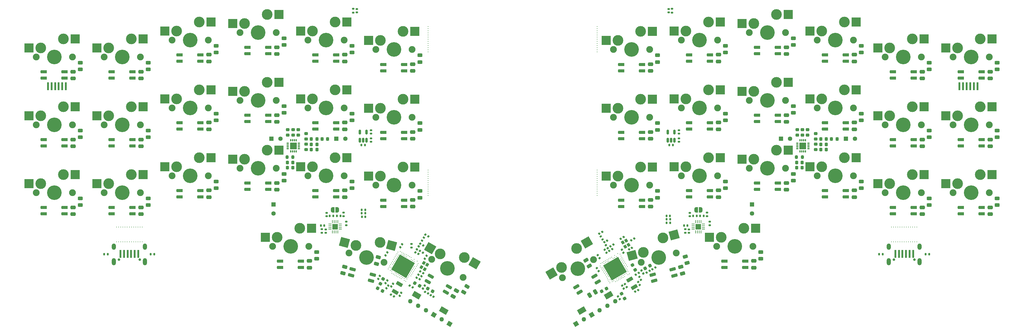
<source format=gbr>
%TF.GenerationSoftware,KiCad,Pcbnew,7.0.1-0*%
%TF.CreationDate,2023-10-15T20:39:52+08:00*%
%TF.ProjectId,qhws42_v2,71687773-3432-45f7-9632-2e6b69636164,rev?*%
%TF.SameCoordinates,Original*%
%TF.FileFunction,Soldermask,Bot*%
%TF.FilePolarity,Negative*%
%FSLAX46Y46*%
G04 Gerber Fmt 4.6, Leading zero omitted, Abs format (unit mm)*
G04 Created by KiCad (PCBNEW 7.0.1-0) date 2023-10-15 20:39:52*
%MOMM*%
%LPD*%
G01*
G04 APERTURE LIST*
G04 Aperture macros list*
%AMRoundRect*
0 Rectangle with rounded corners*
0 $1 Rounding radius*
0 $2 $3 $4 $5 $6 $7 $8 $9 X,Y pos of 4 corners*
0 Add a 4 corners polygon primitive as box body*
4,1,4,$2,$3,$4,$5,$6,$7,$8,$9,$2,$3,0*
0 Add four circle primitives for the rounded corners*
1,1,$1+$1,$2,$3*
1,1,$1+$1,$4,$5*
1,1,$1+$1,$6,$7*
1,1,$1+$1,$8,$9*
0 Add four rect primitives between the rounded corners*
20,1,$1+$1,$2,$3,$4,$5,0*
20,1,$1+$1,$4,$5,$6,$7,0*
20,1,$1+$1,$6,$7,$8,$9,0*
20,1,$1+$1,$8,$9,$2,$3,0*%
%AMHorizOval*
0 Thick line with rounded ends*
0 $1 width*
0 $2 $3 position (X,Y) of the first rounded end (center of the circle)*
0 $4 $5 position (X,Y) of the second rounded end (center of the circle)*
0 Add line between two ends*
20,1,$1,$2,$3,$4,$5,0*
0 Add two circle primitives to create the rounded ends*
1,1,$1,$2,$3*
1,1,$1,$4,$5*%
%AMRotRect*
0 Rectangle, with rotation*
0 The origin of the aperture is its center*
0 $1 length*
0 $2 width*
0 $3 Rotation angle, in degrees counterclockwise*
0 Add horizontal line*
21,1,$1,$2,0,0,$3*%
%AMFreePoly0*
4,1,19,0.500000,-0.750000,0.000000,-0.750000,0.000000,-0.744911,-0.071157,-0.744911,-0.207708,-0.704816,-0.327430,-0.627875,-0.420627,-0.520320,-0.479746,-0.390866,-0.500000,-0.250000,-0.500000,0.250000,-0.479746,0.390866,-0.420627,0.520320,-0.327430,0.627875,-0.207708,0.704816,-0.071157,0.744911,0.000000,0.744911,0.000000,0.750000,0.500000,0.750000,0.500000,-0.750000,0.500000,-0.750000,
$1*%
%AMFreePoly1*
4,1,19,0.000000,0.744911,0.071157,0.744911,0.207708,0.704816,0.327430,0.627875,0.420627,0.520320,0.479746,0.390866,0.500000,0.250000,0.500000,-0.250000,0.479746,-0.390866,0.420627,-0.520320,0.327430,-0.627875,0.207708,-0.704816,0.071157,-0.744911,0.000000,-0.744911,0.000000,-0.750000,-0.500000,-0.750000,-0.500000,0.750000,0.000000,0.750000,0.000000,0.744911,0.000000,0.744911,
$1*%
G04 Aperture macros list end*
%ADD10C,1.900000*%
%ADD11C,3.000000*%
%ADD12C,4.100000*%
%ADD13R,2.550000X2.500000*%
%ADD14C,0.300000*%
%ADD15C,0.700000*%
%ADD16O,1.200000X2.000000*%
%ADD17O,1.200000X1.800000*%
%ADD18RotRect,2.550000X2.500000X150.000000*%
%ADD19RotRect,2.550000X2.500000X195.000000*%
%ADD20RotRect,2.550000X2.500000X165.000000*%
%ADD21RotRect,2.550000X2.500000X210.000000*%
%ADD22RoundRect,0.135000X0.185000X-0.135000X0.185000X0.135000X-0.185000X0.135000X-0.185000X-0.135000X0*%
%ADD23RoundRect,0.140000X-0.077224X0.206244X-0.217224X-0.036244X0.077224X-0.206244X0.217224X0.036244X0*%
%ADD24RoundRect,0.225000X-0.225000X-0.250000X0.225000X-0.250000X0.225000X0.250000X-0.225000X0.250000X0*%
%ADD25RoundRect,0.140000X0.036244X0.217224X-0.206244X0.077224X-0.036244X-0.217224X0.206244X-0.077224X0*%
%ADD26RotRect,2.250000X1.500000X330.000000*%
%ADD27RoundRect,0.222250X-0.666750X-0.222250X0.666750X-0.222250X0.666750X0.222250X-0.666750X0.222250X0*%
%ADD28RoundRect,0.225000X0.250000X-0.225000X0.250000X0.225000X-0.250000X0.225000X-0.250000X-0.225000X0*%
%ADD29RoundRect,0.140000X0.206244X0.077224X-0.036244X0.217224X-0.206244X-0.077224X0.036244X-0.217224X0*%
%ADD30RoundRect,0.243750X0.456250X-0.243750X0.456250X0.243750X-0.456250X0.243750X-0.456250X-0.243750X0*%
%ADD31RoundRect,0.140000X-0.206244X-0.077224X0.036244X-0.217224X0.206244X0.077224X-0.036244X0.217224X0*%
%ADD32RoundRect,0.147500X-0.223139X0.041489X-0.075639X-0.213989X0.223139X-0.041489X0.075639X0.213989X0*%
%ADD33RoundRect,0.250000X-0.475000X0.250000X-0.475000X-0.250000X0.475000X-0.250000X0.475000X0.250000X0*%
%ADD34RoundRect,0.140000X-0.217224X0.036244X-0.077224X-0.206244X0.217224X-0.036244X0.077224X0.206244X0*%
%ADD35C,0.250000*%
%ADD36RotRect,4.850000X4.850000X240.000000*%
%ADD37RoundRect,0.140000X0.077224X-0.206244X0.217224X0.036244X-0.077224X0.206244X-0.217224X-0.036244X0*%
%ADD38RoundRect,0.243750X0.503791X-0.117358X0.377617X0.353531X-0.503791X0.117358X-0.377617X-0.353531X0*%
%ADD39RoundRect,0.250000X0.020994X-0.536362X0.454006X-0.286362X-0.020994X0.536362X-0.454006X0.286362X0*%
%ADD40RoundRect,0.218750X-0.331294X0.061318X-0.112544X-0.317568X0.331294X-0.061318X0.112544X0.317568X0*%
%ADD41RoundRect,0.218750X-0.112544X0.317568X-0.331294X-0.061318X0.112544X-0.317568X0.331294X0.061318X0*%
%ADD42R,1.270000X1.270000*%
%ADD43O,1.270000X1.270000*%
%ADD44RoundRect,0.140000X-0.170000X0.140000X-0.170000X-0.140000X0.170000X-0.140000X0.170000X0.140000X0*%
%ADD45RoundRect,0.225000X0.069856X0.329006X-0.319856X0.104006X-0.069856X-0.329006X0.319856X-0.104006X0*%
%ADD46RoundRect,0.135000X0.135000X0.185000X-0.135000X0.185000X-0.135000X-0.185000X0.135000X-0.185000X0*%
%ADD47RoundRect,0.147500X-0.172500X0.147500X-0.172500X-0.147500X0.172500X-0.147500X0.172500X0.147500X0*%
%ADD48R,0.600000X2.200000*%
%ADD49RoundRect,0.135000X-0.185000X0.135000X-0.185000X-0.135000X0.185000X-0.135000X0.185000X0.135000X0*%
%ADD50RoundRect,0.135000X-0.135000X-0.185000X0.135000X-0.185000X0.135000X0.185000X-0.135000X0.185000X0*%
%ADD51RoundRect,0.218750X0.331294X-0.061318X0.112544X0.317568X-0.331294X0.061318X-0.112544X-0.317568X0*%
%ADD52RoundRect,0.250000X-0.394110X0.364421X-0.523520X-0.118542X0.394110X-0.364421X0.523520X0.118542X0*%
%ADD53FreePoly0,180.000000*%
%ADD54FreePoly1,180.000000*%
%ADD55RotRect,1.000000X1.800000X60.000000*%
%ADD56RoundRect,0.062500X0.375000X0.062500X-0.375000X0.062500X-0.375000X-0.062500X0.375000X-0.062500X0*%
%ADD57RoundRect,0.062500X0.062500X0.375000X-0.062500X0.375000X-0.062500X-0.375000X0.062500X-0.375000X0*%
%ADD58R,1.600000X1.600000*%
%ADD59RoundRect,0.225000X-0.319856X-0.104006X0.069856X-0.329006X0.319856X0.104006X-0.069856X0.329006X0*%
%ADD60RoundRect,0.150000X0.150000X-0.512500X0.150000X0.512500X-0.150000X0.512500X-0.150000X-0.512500X0*%
%ADD61RoundRect,0.140000X-0.036244X-0.217224X0.206244X-0.077224X0.036244X0.217224X-0.206244X0.077224X0*%
%ADD62RoundRect,0.200000X0.200000X0.275000X-0.200000X0.275000X-0.200000X-0.275000X0.200000X-0.275000X0*%
%ADD63O,0.800000X0.280000*%
%ADD64O,0.280000X0.800000*%
%ADD65R,1.900000X1.900000*%
%ADD66RoundRect,0.225000X-0.250000X0.225000X-0.250000X-0.225000X0.250000X-0.225000X0.250000X0.225000X0*%
%ADD67RoundRect,0.218750X0.317568X0.112544X-0.061318X0.331294X-0.317568X-0.112544X0.061318X-0.331294X0*%
%ADD68RoundRect,0.140000X0.140000X0.170000X-0.140000X0.170000X-0.140000X-0.170000X0.140000X-0.170000X0*%
%ADD69RoundRect,0.140000X0.217224X-0.036244X0.077224X0.206244X-0.217224X0.036244X-0.077224X-0.206244X0*%
%ADD70RoundRect,0.243750X0.377617X-0.353531X0.503791X0.117358X-0.377617X0.353531X-0.503791X-0.117358X0*%
%ADD71RotRect,1.000000X1.800000X300.000000*%
%ADD72RotRect,1.270000X1.270000X60.000000*%
%ADD73HorizOval,1.270000X0.000000X0.000000X0.000000X0.000000X0*%
%ADD74RoundRect,0.147500X-0.075639X0.213989X-0.223139X-0.041489X0.075639X-0.213989X0.223139X0.041489X0*%
%ADD75RoundRect,0.225000X-0.069856X-0.329006X0.319856X-0.104006X0.069856X0.329006X-0.319856X0.104006X0*%
%ADD76RotRect,2.250000X1.500000X210.000000*%
%ADD77RoundRect,0.135000X-0.092715X0.209413X-0.227715X-0.024413X0.092715X-0.209413X0.227715X0.024413X0*%
%ADD78RoundRect,0.250000X-0.523520X0.118542X-0.394110X-0.364421X0.523520X-0.118542X0.394110X0.364421X0*%
%ADD79RoundRect,0.140000X0.170000X-0.140000X0.170000X0.140000X-0.170000X0.140000X-0.170000X-0.140000X0*%
%ADD80RotRect,1.270000X1.270000X300.000000*%
%ADD81HorizOval,1.270000X0.000000X0.000000X0.000000X0.000000X0*%
%ADD82RoundRect,0.225000X0.225000X0.250000X-0.225000X0.250000X-0.225000X-0.250000X0.225000X-0.250000X0*%
%ADD83RoundRect,0.243750X0.273249X-0.439219X0.516999X-0.017031X-0.273249X0.439219X-0.516999X0.017031X0*%
%ADD84RoundRect,0.222250X-0.586509X-0.387245X0.701554X-0.042109X0.586509X0.387245X-0.701554X0.042109X0*%
%ADD85RotRect,0.900000X0.800000X300.000000*%
%ADD86RoundRect,0.135000X-0.227715X0.024413X-0.092715X-0.209413X0.227715X-0.024413X0.092715X0.209413X0*%
%ADD87RoundRect,0.140000X-0.140000X-0.170000X0.140000X-0.170000X0.140000X0.170000X-0.140000X0.170000X0*%
%ADD88RoundRect,0.243750X0.516999X0.017031X0.273249X0.439219X-0.516999X-0.017031X-0.273249X-0.439219X0*%
%ADD89RoundRect,0.222250X-0.466297X-0.525849X0.688547X0.140901X0.466297X0.525849X-0.688547X-0.140901X0*%
%ADD90RotRect,0.900000X0.800000X240.000000*%
%ADD91RoundRect,0.222250X-0.688547X0.140901X0.466297X-0.525849X0.688547X-0.140901X-0.466297X0.525849X0*%
%ADD92RoundRect,0.222250X-0.701554X-0.042109X0.586509X-0.387245X0.701554X0.042109X-0.586509X0.387245X0*%
%ADD93RoundRect,0.250000X-0.286362X0.454006X-0.536362X0.020994X0.286362X-0.454006X0.536362X-0.020994X0*%
%ADD94RotRect,4.850000X4.850000X300.000000*%
G04 APERTURE END LIST*
D10*
%TO.C,SW19*%
X80264000Y-91248000D03*
D11*
X81534000Y-88708000D03*
D12*
X85344000Y-91248000D03*
D11*
X87884000Y-86168000D03*
D10*
X90424000Y-91248000D03*
D13*
X78259000Y-88708000D03*
X91186000Y-86168000D03*
%TD*%
D10*
%TO.C,SW2*%
X33020000Y-38100000D03*
D11*
X34290000Y-35560000D03*
D12*
X38100000Y-38100000D03*
D11*
X40640000Y-33020000D03*
D10*
X43180000Y-38100000D03*
D13*
X31015000Y-35560000D03*
X43942000Y-33020000D03*
%TD*%
D10*
%TO.C,SW4*%
X71120000Y-31242000D03*
D11*
X72390000Y-28702000D03*
D12*
X76200000Y-31242000D03*
D11*
X78740000Y-26162000D03*
D10*
X81280000Y-31242000D03*
D13*
X69115000Y-28702000D03*
X82042000Y-26162000D03*
%TD*%
D10*
%TO.C,SW15*%
X52070000Y-71436000D03*
D11*
X53340000Y-68896000D03*
D12*
X57150000Y-71436000D03*
D11*
X59690000Y-66356000D03*
D10*
X62230000Y-71436000D03*
D13*
X50065000Y-68896000D03*
X62992000Y-66356000D03*
%TD*%
D10*
%TO.C,SW9*%
X52070000Y-52386000D03*
D11*
X53340000Y-49846000D03*
D12*
X57150000Y-52386000D03*
D11*
X59690000Y-47306000D03*
D10*
X62230000Y-52386000D03*
D13*
X50065000Y-49846000D03*
X62992000Y-47306000D03*
%TD*%
D10*
%TO.C,SW39*%
X271145000Y-76200000D03*
D11*
X272415000Y-73660000D03*
D12*
X276225000Y-76200000D03*
D11*
X278765000Y-71120000D03*
D10*
X281305000Y-76200000D03*
D13*
X269140000Y-73660000D03*
X282067000Y-71120000D03*
%TD*%
D10*
%TO.C,SW34*%
X175895000Y-74104000D03*
D11*
X177165000Y-71564000D03*
D12*
X180975000Y-74104000D03*
D11*
X183515000Y-69024000D03*
D10*
X186055000Y-74104000D03*
D13*
X173890000Y-71564000D03*
X186817000Y-69024000D03*
%TD*%
D10*
%TO.C,SW1*%
X13970000Y-38100000D03*
D11*
X15240000Y-35560000D03*
D12*
X19050000Y-38100000D03*
D11*
X21590000Y-33020000D03*
D10*
X24130000Y-38100000D03*
D13*
X11965000Y-35560000D03*
X24892000Y-33020000D03*
%TD*%
D10*
%TO.C,SW29*%
X194945000Y-52386000D03*
D11*
X196215000Y-49846000D03*
D12*
X200025000Y-52386000D03*
D11*
X202565000Y-47306000D03*
D10*
X205105000Y-52386000D03*
D13*
X192940000Y-49846000D03*
X205867000Y-47306000D03*
%TD*%
D14*
%TO.C,REF\u002A\u002A*%
X253888640Y-90017600D03*
X254483000Y-90017600D03*
X255079800Y-90017600D03*
X255673550Y-90017600D03*
X256267300Y-90017600D03*
X256861050Y-90017600D03*
X257454800Y-90017600D03*
X258048550Y-90017600D03*
X258642300Y-90017600D03*
X259236050Y-90017600D03*
X259829800Y-90017600D03*
X260426600Y-90017600D03*
X261020960Y-90017600D03*
%TD*%
D10*
%TO.C,SW32*%
X252095000Y-57150000D03*
D11*
X253365000Y-54610000D03*
D12*
X257175000Y-57150000D03*
D11*
X259715000Y-52070000D03*
D10*
X262255000Y-57150000D03*
D13*
X250090000Y-54610000D03*
X263017000Y-52070000D03*
%TD*%
D10*
%TO.C,SW42*%
X204851000Y-91248000D03*
D11*
X206121000Y-88708000D03*
D12*
X209931000Y-91248000D03*
D11*
X212471000Y-86168000D03*
D10*
X215011000Y-91248000D03*
D13*
X202846000Y-88708000D03*
X215773000Y-86168000D03*
%TD*%
D10*
%TO.C,SW36*%
X213995000Y-69342000D03*
D11*
X215265000Y-66802000D03*
D12*
X219075000Y-69342000D03*
D11*
X221615000Y-64262000D03*
D10*
X224155000Y-69342000D03*
D13*
X211990000Y-66802000D03*
X224917000Y-64262000D03*
%TD*%
D14*
%TO.C,REF\u002A\u002A*%
X36565040Y-90017600D03*
X37159400Y-90017600D03*
X37756200Y-90017600D03*
X38349950Y-90017600D03*
X38943700Y-90017600D03*
X39537450Y-90017600D03*
X40131200Y-90017600D03*
X40724950Y-90017600D03*
X41318700Y-90017600D03*
X41912450Y-90017600D03*
X42506200Y-90017600D03*
X43103000Y-90017600D03*
X43697360Y-90017600D03*
%TD*%
D10*
%TO.C,SW16*%
X71120000Y-69342000D03*
D11*
X72390000Y-66802000D03*
D12*
X76200000Y-69342000D03*
D11*
X78740000Y-64262000D03*
D10*
X81280000Y-69342000D03*
D13*
X69115000Y-66802000D03*
X82042000Y-64262000D03*
%TD*%
D10*
%TO.C,SW23*%
X194945000Y-33336000D03*
D11*
X196215000Y-30796000D03*
D12*
X200025000Y-33336000D03*
D11*
X202565000Y-28256000D03*
D10*
X205105000Y-33336000D03*
D13*
X192940000Y-30796000D03*
X205867000Y-28256000D03*
%TD*%
D14*
%TO.C,REF\u002A\u002A*%
X123926600Y-36687760D03*
X123926600Y-36093400D03*
X123926600Y-35496600D03*
X123926600Y-34902850D03*
X123926600Y-34309100D03*
X123926600Y-33715350D03*
X123926600Y-33121600D03*
X123926600Y-32527850D03*
X123926600Y-31934100D03*
X123926600Y-31340350D03*
X123926600Y-30746600D03*
X123926600Y-30149800D03*
X123926600Y-29555440D03*
%TD*%
%TO.C,REF\u002A\u002A*%
X123926600Y-76972160D03*
X123926600Y-76377800D03*
X123926600Y-75781000D03*
X123926600Y-75187250D03*
X123926600Y-74593500D03*
X123926600Y-73999750D03*
X123926600Y-73406000D03*
X123926600Y-72812250D03*
X123926600Y-72218500D03*
X123926600Y-71624750D03*
X123926600Y-71031000D03*
X123926600Y-70434200D03*
X123926600Y-69839840D03*
%TD*%
%TO.C,*%
X171323000Y-30149800D03*
%TD*%
%TO.C,*%
X123926600Y-30149800D03*
%TD*%
D10*
%TO.C,SW37*%
X233045000Y-71436000D03*
D11*
X234315000Y-68896000D03*
D12*
X238125000Y-71436000D03*
D11*
X240665000Y-66356000D03*
D10*
X243205000Y-71436000D03*
D13*
X231040000Y-68896000D03*
X243967000Y-66356000D03*
%TD*%
D10*
%TO.C,SW31*%
X233045000Y-52386000D03*
D11*
X234315000Y-49846000D03*
D12*
X238125000Y-52386000D03*
D11*
X240665000Y-47306000D03*
D10*
X243205000Y-52386000D03*
D13*
X231040000Y-49846000D03*
X243967000Y-47306000D03*
%TD*%
D14*
%TO.C,REF\u002A\u002A*%
X171323000Y-36687760D03*
X171323000Y-36093400D03*
X171323000Y-35496600D03*
X171323000Y-34902850D03*
X171323000Y-34309100D03*
X171323000Y-33715350D03*
X171323000Y-33121600D03*
X171323000Y-32527850D03*
X171323000Y-31934100D03*
X171323000Y-31340350D03*
X171323000Y-30746600D03*
X171323000Y-30149800D03*
X171323000Y-29555440D03*
%TD*%
D15*
%TO.C,USB1*%
X43022130Y-95047226D03*
X37242130Y-95047226D03*
D16*
X44457130Y-95567226D03*
D17*
X44457130Y-91367226D03*
D16*
X35807130Y-95567226D03*
D17*
X35807130Y-91367226D03*
%TD*%
D10*
%TO.C,SW22*%
X175895000Y-36004000D03*
D11*
X177165000Y-33464000D03*
D12*
X180975000Y-36004000D03*
D11*
X183515000Y-30924000D03*
D10*
X186055000Y-36004000D03*
D13*
X173890000Y-33464000D03*
X186817000Y-30924000D03*
%TD*%
D10*
%TO.C,SW14*%
X33020000Y-76200000D03*
D11*
X34290000Y-73660000D03*
D12*
X38100000Y-76200000D03*
D11*
X40640000Y-71120000D03*
D10*
X43180000Y-76200000D03*
D13*
X31015000Y-73660000D03*
X43942000Y-71120000D03*
%TD*%
D10*
%TO.C,SW30*%
X213995000Y-50292000D03*
D11*
X215265000Y-47752000D03*
D12*
X219075000Y-50292000D03*
D11*
X221615000Y-45212000D03*
D10*
X224155000Y-50292000D03*
D13*
X211990000Y-47752000D03*
X224917000Y-45212000D03*
%TD*%
D14*
%TO.C,REF\u002A\u002A*%
X36565040Y-85826600D03*
X37159400Y-85826600D03*
X37756200Y-85826600D03*
X38349950Y-85826600D03*
X38943700Y-85826600D03*
X39537450Y-85826600D03*
X40131200Y-85826600D03*
X40724950Y-85826600D03*
X41318700Y-85826600D03*
X41912450Y-85826600D03*
X42506200Y-85826600D03*
X43103000Y-85826600D03*
X43697360Y-85826600D03*
%TD*%
D10*
%TO.C,SW38*%
X252095000Y-76200000D03*
D11*
X253365000Y-73660000D03*
D12*
X257175000Y-76200000D03*
D11*
X259715000Y-71120000D03*
D10*
X262255000Y-76200000D03*
D13*
X250090000Y-73660000D03*
X263017000Y-71120000D03*
%TD*%
D10*
%TO.C,SW17*%
X90170000Y-71436000D03*
D11*
X91440000Y-68896000D03*
D12*
X95250000Y-71436000D03*
D11*
X97790000Y-66356000D03*
D10*
X100330000Y-71436000D03*
D13*
X88165000Y-68896000D03*
X101092000Y-66356000D03*
%TD*%
D10*
%TO.C,SW25*%
X233045000Y-33336000D03*
D11*
X234315000Y-30796000D03*
D12*
X238125000Y-33336000D03*
D11*
X240665000Y-28256000D03*
D10*
X243205000Y-33336000D03*
D13*
X231040000Y-30796000D03*
X243967000Y-28256000D03*
%TD*%
D10*
%TO.C,SW28*%
X175895000Y-55054000D03*
D11*
X177165000Y-52514000D03*
D12*
X180975000Y-55054000D03*
D11*
X183515000Y-49974000D03*
D10*
X186055000Y-55054000D03*
D13*
X173890000Y-52514000D03*
X186817000Y-49974000D03*
%TD*%
D10*
%TO.C,SW21*%
X124937925Y-94967447D03*
D11*
X127307777Y-93402742D03*
D12*
X129337334Y-97507447D03*
D11*
X134077039Y-94378038D03*
D10*
X133736743Y-100047447D03*
D18*
X124471544Y-91765242D03*
X136936654Y-96029038D03*
%TD*%
D15*
%TO.C,USB2*%
X260345010Y-95046046D03*
X254565010Y-95046046D03*
D16*
X261780010Y-95566046D03*
D17*
X261780010Y-91366046D03*
D16*
X253130010Y-95566046D03*
D17*
X253130010Y-91366046D03*
%TD*%
D10*
%TO.C,SW41*%
X183700484Y-95768440D03*
D11*
X184269809Y-92986288D03*
D12*
X188607387Y-94453639D03*
D11*
X189746038Y-88889335D03*
D10*
X193514290Y-93138838D03*
D19*
X181106402Y-93833920D03*
X192935525Y-88034715D03*
%TD*%
D10*
%TO.C,SW33*%
X271145000Y-57150000D03*
D11*
X272415000Y-54610000D03*
D12*
X276225000Y-57150000D03*
D11*
X278765000Y-52070000D03*
D10*
X281305000Y-57150000D03*
D13*
X269140000Y-54610000D03*
X282067000Y-52070000D03*
%TD*%
D14*
%TO.C,REF\u002A\u002A*%
X171323000Y-76972160D03*
X171323000Y-76377800D03*
X171323000Y-75781000D03*
X171323000Y-75187250D03*
X171323000Y-74593500D03*
X171323000Y-73999750D03*
X171323000Y-73406000D03*
X171323000Y-72812250D03*
X171323000Y-72218500D03*
X171323000Y-71624750D03*
X171323000Y-71031000D03*
X171323000Y-70434200D03*
X171323000Y-69839840D03*
%TD*%
%TO.C,REF\u002A\u002A*%
X253888640Y-85826600D03*
X254483000Y-85826600D03*
X255079800Y-85826600D03*
X255673550Y-85826600D03*
X256267300Y-85826600D03*
X256861050Y-85826600D03*
X257454800Y-85826600D03*
X258048550Y-85826600D03*
X258642300Y-85826600D03*
X259236050Y-85826600D03*
X259829800Y-85826600D03*
X260426600Y-85826600D03*
X261020960Y-85826600D03*
%TD*%
D10*
%TO.C,SW20*%
X101761988Y-93129132D03*
D11*
X103646114Y-91004381D03*
D12*
X106668891Y-94443933D03*
D11*
X110437143Y-90194430D03*
D10*
X111575794Y-95758734D03*
D20*
X100482707Y-90156748D03*
X113626630Y-91049051D03*
%TD*%
D10*
%TO.C,SW11*%
X90170000Y-52386000D03*
D11*
X91440000Y-49846000D03*
D12*
X95250000Y-52386000D03*
D11*
X97790000Y-47306000D03*
D10*
X100330000Y-52386000D03*
D13*
X88165000Y-49846000D03*
X101092000Y-47306000D03*
%TD*%
D10*
%TO.C,SW3*%
X52070000Y-33336000D03*
D11*
X53340000Y-30796000D03*
D12*
X57150000Y-33336000D03*
D11*
X59690000Y-28256000D03*
D10*
X62230000Y-33336000D03*
D13*
X50065000Y-30796000D03*
X62992000Y-28256000D03*
%TD*%
D10*
%TO.C,SW7*%
X13970000Y-57150000D03*
D11*
X15240000Y-54610000D03*
D12*
X19050000Y-57150000D03*
D11*
X21590000Y-52070000D03*
D10*
X24130000Y-57150000D03*
D13*
X11965000Y-54610000D03*
X24892000Y-52070000D03*
%TD*%
D10*
%TO.C,SW6*%
X109220000Y-36004000D03*
D11*
X110490000Y-33464000D03*
D12*
X114300000Y-36004000D03*
D11*
X116840000Y-30924000D03*
D10*
X119380000Y-36004000D03*
D13*
X107215000Y-33464000D03*
X120142000Y-30924000D03*
%TD*%
D10*
%TO.C,SW24*%
X213995000Y-31242000D03*
D11*
X215265000Y-28702000D03*
D12*
X219075000Y-31242000D03*
D11*
X221615000Y-26162000D03*
D10*
X224155000Y-31242000D03*
D13*
X211990000Y-28702000D03*
X224917000Y-26162000D03*
%TD*%
D10*
%TO.C,SW18*%
X109220000Y-74104000D03*
D11*
X110490000Y-71564000D03*
D12*
X114300000Y-74104000D03*
D11*
X116840000Y-69024000D03*
D10*
X119380000Y-74104000D03*
D13*
X107215000Y-71564000D03*
X120142000Y-69024000D03*
%TD*%
D10*
%TO.C,SW35*%
X194945000Y-71436000D03*
D11*
X196215000Y-68896000D03*
D12*
X200025000Y-71436000D03*
D11*
X202565000Y-66356000D03*
D10*
X205105000Y-71436000D03*
D13*
X192940000Y-68896000D03*
X205867000Y-66356000D03*
%TD*%
D10*
%TO.C,SW12*%
X109220000Y-55054000D03*
D11*
X110490000Y-52514000D03*
D12*
X114300000Y-55054000D03*
D11*
X116840000Y-49974000D03*
D10*
X119380000Y-55054000D03*
D13*
X107215000Y-52514000D03*
X120142000Y-49974000D03*
%TD*%
D10*
%TO.C,SW40*%
X161543281Y-100066197D03*
D11*
X161373133Y-97231492D03*
D12*
X165942690Y-97526197D03*
D11*
X165602395Y-91856788D03*
D10*
X170342099Y-94986197D03*
D21*
X158536900Y-98868992D03*
X168462010Y-90205788D03*
%TD*%
D10*
%TO.C,SW13*%
X13970000Y-76200000D03*
D11*
X15240000Y-73660000D03*
D12*
X19050000Y-76200000D03*
D11*
X21590000Y-71120000D03*
D10*
X24130000Y-76200000D03*
D13*
X11965000Y-73660000D03*
X24892000Y-71120000D03*
%TD*%
D10*
%TO.C,SW26*%
X252095000Y-38100000D03*
D11*
X253365000Y-35560000D03*
D12*
X257175000Y-38100000D03*
D11*
X259715000Y-33020000D03*
D10*
X262255000Y-38100000D03*
D13*
X250090000Y-35560000D03*
X263017000Y-33020000D03*
%TD*%
D10*
%TO.C,SW10*%
X71120000Y-50292000D03*
D11*
X72390000Y-47752000D03*
D12*
X76200000Y-50292000D03*
D11*
X78740000Y-45212000D03*
D10*
X81280000Y-50292000D03*
D13*
X69115000Y-47752000D03*
X82042000Y-45212000D03*
%TD*%
D10*
%TO.C,SW5*%
X90170000Y-33336000D03*
D11*
X91440000Y-30796000D03*
D12*
X95250000Y-33336000D03*
D11*
X97790000Y-28256000D03*
D10*
X100330000Y-33336000D03*
D13*
X88165000Y-30796000D03*
X101092000Y-28256000D03*
%TD*%
D10*
%TO.C,SW8*%
X33020000Y-57150000D03*
D11*
X34290000Y-54610000D03*
D12*
X38100000Y-57150000D03*
D11*
X40640000Y-52070000D03*
D10*
X43180000Y-57150000D03*
D13*
X31015000Y-54610000D03*
X43942000Y-52070000D03*
%TD*%
D10*
%TO.C,SW27*%
X271145000Y-38100000D03*
D11*
X272415000Y-35560000D03*
D12*
X276225000Y-38100000D03*
D11*
X278765000Y-33020000D03*
D10*
X281305000Y-38100000D03*
D13*
X269140000Y-35560000D03*
X282067000Y-33020000D03*
%TD*%
D22*
%TO.C,R10*%
X196037507Y-87504590D03*
X196037507Y-86484590D03*
%TD*%
D23*
%TO.C,C80*%
X116597400Y-90668708D03*
X116117400Y-91500092D03*
%TD*%
D24*
%TO.C,C63*%
X227280400Y-69190600D03*
X228830400Y-69190600D03*
%TD*%
D25*
%TO.C,C104*%
X174151692Y-89650600D03*
X173320308Y-90130600D03*
%TD*%
D26*
%TO.C,SW43*%
X120696539Y-104984739D03*
X128274261Y-109359739D03*
%TD*%
D27*
%TO.C,LED34*%
X183896000Y-80073000D03*
X183896000Y-78295000D03*
X178054000Y-78295000D03*
X178054000Y-80073000D03*
%TD*%
D24*
%TO.C,C43*%
X91173000Y-64097000D03*
X92723000Y-64097000D03*
%TD*%
D27*
%TO.C,LED11*%
X98171000Y-58355000D03*
X98171000Y-56577000D03*
X92329000Y-56577000D03*
X92329000Y-58355000D03*
%TD*%
D28*
%TO.C,C52*%
X86029800Y-60058600D03*
X86029800Y-58508600D03*
%TD*%
D29*
%TO.C,C79*%
X123993042Y-88502143D03*
X123161658Y-88022143D03*
%TD*%
%TO.C,C86*%
X121168459Y-93433246D03*
X120337075Y-92953246D03*
%TD*%
D30*
%TO.C,D24*%
X226375000Y-34751500D03*
X226375000Y-32876500D03*
%TD*%
D31*
%TO.C,C84*%
X121707508Y-98350606D03*
X122538892Y-98830606D03*
%TD*%
D32*
%TO.C,L6*%
X183755100Y-98055778D03*
X184240100Y-98895822D03*
%TD*%
D33*
%TO.C,C33*%
X281525000Y-61280000D03*
X281525000Y-63180000D03*
%TD*%
%TO.C,C4*%
X81500000Y-35372000D03*
X81500000Y-37272000D03*
%TD*%
D34*
%TO.C,C103*%
X178230142Y-92190987D03*
X178710142Y-93022371D03*
%TD*%
D35*
%TO.C,U7*%
X119075077Y-99595138D03*
X119325077Y-99162125D03*
X119575077Y-98729112D03*
X119825077Y-98296100D03*
X120075077Y-97863087D03*
X120325077Y-97430074D03*
X120575077Y-96997062D03*
X120825077Y-96564049D03*
X121075077Y-96131036D03*
X116561937Y-92948023D03*
X113345430Y-98019176D03*
X113503924Y-97244657D03*
X114003924Y-96378631D03*
X114253924Y-95945619D03*
X114503924Y-95512606D03*
X114753924Y-95079593D03*
X115003924Y-94646581D03*
X115253924Y-94213568D03*
X115503924Y-93780555D03*
X116128924Y-92698023D03*
X112695911Y-97644176D03*
X112945911Y-97211163D03*
X113195911Y-96778150D03*
X113445911Y-96345138D03*
X113695911Y-95912125D03*
X113945911Y-95479112D03*
X114195911Y-95046100D03*
X114445911Y-94613087D03*
X114695911Y-94180074D03*
X114945911Y-93747062D03*
X115195911Y-93314049D03*
X115445911Y-92881036D03*
X117642064Y-101077189D03*
X118017064Y-100427670D03*
X118267064Y-99994657D03*
X118517064Y-99561644D03*
X118767064Y-99128631D03*
X119017064Y-98695619D03*
X119267064Y-98262606D03*
X119517064Y-97829593D03*
X119767064Y-97396581D03*
X120017064Y-96963568D03*
X120892064Y-95448023D03*
X117209051Y-100827189D03*
X117242545Y-100269176D03*
X119992545Y-95506036D03*
X120026038Y-94948023D03*
D36*
X116885494Y-96887606D03*
D35*
X116809532Y-100019176D03*
X119559532Y-95256036D03*
X116343026Y-100327189D03*
X116376519Y-99769176D03*
X119126519Y-95006036D03*
X115910013Y-100077189D03*
X119160013Y-94448023D03*
X115943507Y-99519176D03*
X115477000Y-99827189D03*
X118727000Y-94198023D03*
X115510494Y-99269176D03*
X115043988Y-99577189D03*
X118293988Y-93948023D03*
X115077481Y-99019176D03*
X117827481Y-94256036D03*
X114610975Y-99327189D03*
X117860975Y-93698023D03*
X114644469Y-98769176D03*
X117394469Y-94006036D03*
X114177962Y-99077189D03*
X117427962Y-93448023D03*
X116961456Y-93756036D03*
X113744950Y-98827189D03*
X116994950Y-93198023D03*
X113778443Y-98269176D03*
X116528443Y-93506036D03*
%TD*%
D37*
%TO.C,C91*%
X109898078Y-100450184D03*
X110378078Y-99618800D03*
%TD*%
D38*
%TO.C,D41*%
X196566971Y-95954176D03*
X196081685Y-94143066D03*
%TD*%
D39*
%TO.C,C40*%
X169204876Y-105021400D03*
X170850324Y-104071400D03*
%TD*%
D30*
%TO.C,D35*%
X207325000Y-74945500D03*
X207325000Y-73070500D03*
%TD*%
D34*
%TO.C,C100*%
X171260800Y-97399708D03*
X171740800Y-98231092D03*
%TD*%
D40*
%TO.C,L8*%
X178200111Y-104605748D03*
X178987611Y-105969738D03*
%TD*%
D41*
%TO.C,L4*%
X111286289Y-100433332D03*
X110498789Y-101797322D03*
%TD*%
D33*
%TO.C,C42*%
X215231000Y-95378000D03*
X215231000Y-97278000D03*
%TD*%
D42*
%TO.C,J1*%
X98196400Y-61036200D03*
D43*
X100736400Y-61036200D03*
%TD*%
D31*
%TO.C,C96*%
X124628508Y-104966800D03*
X125459892Y-105446800D03*
%TD*%
D30*
%TO.C,D3*%
X64450000Y-36845500D03*
X64450000Y-34970500D03*
%TD*%
%TO.C,D36*%
X226375000Y-72851500D03*
X226375000Y-70976500D03*
%TD*%
D44*
%TO.C,C70*%
X202900810Y-84363910D03*
X202900810Y-85323910D03*
%TD*%
D33*
%TO.C,C36*%
X224375000Y-73472000D03*
X224375000Y-75372000D03*
%TD*%
D45*
%TO.C,C115*%
X173913800Y-103124000D03*
X172571460Y-103899000D03*
%TD*%
D46*
%TO.C,R16*%
X191794600Y-84647400D03*
X190774600Y-84647400D03*
%TD*%
D37*
%TO.C,C78*%
X112002600Y-93836892D03*
X112482600Y-93005508D03*
%TD*%
D33*
%TO.C,C28*%
X186275000Y-59184000D03*
X186275000Y-61084000D03*
%TD*%
D47*
%TO.C,D45*%
X103886000Y-24635600D03*
X103886000Y-25605600D03*
%TD*%
D48*
%TO.C,FFC3*%
X37632130Y-93386626D03*
X38632130Y-93386626D03*
X39632130Y-93386626D03*
X40632130Y-93386626D03*
X41632130Y-93386626D03*
X42632130Y-93386626D03*
%TD*%
D49*
%TO.C,R18*%
X102920800Y-24610600D03*
X102920800Y-25630600D03*
%TD*%
D27*
%TO.C,LED26*%
X260096000Y-44069000D03*
X260096000Y-42291000D03*
X254254000Y-42291000D03*
X254254000Y-44069000D03*
%TD*%
D30*
%TO.C,D16*%
X83500000Y-72851500D03*
X83500000Y-70976500D03*
%TD*%
D47*
%TO.C,D44*%
X197078907Y-86509590D03*
X197078907Y-87479590D03*
%TD*%
D33*
%TO.C,C9*%
X62450000Y-56516000D03*
X62450000Y-58416000D03*
%TD*%
D50*
%TO.C,R24*%
X263455010Y-93473586D03*
X264475010Y-93473586D03*
%TD*%
D51*
%TO.C,L7*%
X182029150Y-97913195D03*
X181241650Y-96549205D03*
%TD*%
D52*
%TO.C,C20*%
X100525078Y-97024770D03*
X100033322Y-98860030D03*
%TD*%
D53*
%TO.C,JP2*%
X200358810Y-81033910D03*
D54*
X199058810Y-81033910D03*
%TD*%
D55*
%TO.C,Y2*%
X115900200Y-101879400D03*
X114650200Y-104044464D03*
%TD*%
D33*
%TO.C,C23*%
X205325000Y-37466000D03*
X205325000Y-39366000D03*
%TD*%
%TO.C,C1*%
X24350000Y-42230000D03*
X24350000Y-44130000D03*
%TD*%
D46*
%TO.C,R21*%
X34062130Y-93462226D03*
X33042130Y-93462226D03*
%TD*%
D56*
%TO.C,U3*%
X99247203Y-85002320D03*
X99247203Y-85502320D03*
X99247203Y-86002320D03*
X99247203Y-86502320D03*
D57*
X98559703Y-87189820D03*
X98059703Y-87189820D03*
X97559703Y-87189820D03*
X97059703Y-87189820D03*
D56*
X96372203Y-86502320D03*
X96372203Y-86002320D03*
X96372203Y-85502320D03*
X96372203Y-85002320D03*
D57*
X97059703Y-84314820D03*
X97559703Y-84314820D03*
X98059703Y-84314820D03*
X98559703Y-84314820D03*
D58*
X97809703Y-85752320D03*
%TD*%
D24*
%TO.C,C62*%
X227280400Y-67717400D03*
X228830400Y-67717400D03*
%TD*%
D46*
%TO.C,R7*%
X199227210Y-82771810D03*
X198207210Y-82771810D03*
%TD*%
D50*
%TO.C,R13*%
X105314600Y-81061600D03*
X106334600Y-81061600D03*
%TD*%
D59*
%TO.C,C93*%
X109753400Y-103022400D03*
X111095740Y-103797400D03*
%TD*%
D60*
%TO.C,U5*%
X106672400Y-61453400D03*
X105722400Y-61453400D03*
X104772400Y-61453400D03*
X104772400Y-59178400D03*
X106672400Y-59178400D03*
%TD*%
D27*
%TO.C,LED22*%
X183896000Y-41973000D03*
X183896000Y-40195000D03*
X178054000Y-40195000D03*
X178054000Y-41973000D03*
%TD*%
%TO.C,LED39*%
X279146000Y-82169000D03*
X279146000Y-80391000D03*
X273304000Y-80391000D03*
X273304000Y-82169000D03*
%TD*%
D33*
%TO.C,C16*%
X81500000Y-73472000D03*
X81500000Y-75372000D03*
%TD*%
%TO.C,C34*%
X186275000Y-78234000D03*
X186275000Y-80134000D03*
%TD*%
%TO.C,C35*%
X205325000Y-75566000D03*
X205325000Y-77466000D03*
%TD*%
D42*
%TO.C,J2*%
X79984600Y-61036200D03*
D43*
X82524600Y-61036200D03*
%TD*%
D61*
%TO.C,C111*%
X175025445Y-91253850D03*
X175856829Y-90773850D03*
%TD*%
D33*
%TO.C,C24*%
X224375000Y-35372000D03*
X224375000Y-37272000D03*
%TD*%
D27*
%TO.C,LED33*%
X279146000Y-63119000D03*
X279146000Y-61341000D03*
X273304000Y-61341000D03*
X273304000Y-63119000D03*
%TD*%
D30*
%TO.C,D26*%
X264475000Y-41609500D03*
X264475000Y-39734500D03*
%TD*%
D27*
%TO.C,LED28*%
X183896000Y-61023000D03*
X183896000Y-59245000D03*
X178054000Y-59245000D03*
X178054000Y-61023000D03*
%TD*%
D33*
%TO.C,C13*%
X24350000Y-80330000D03*
X24350000Y-82230000D03*
%TD*%
D62*
%TO.C,R2*%
X228880400Y-66244200D03*
X227230400Y-66244200D03*
%TD*%
D46*
%TO.C,R11*%
X106232400Y-62855900D03*
X105212400Y-62855900D03*
%TD*%
D63*
%TO.C,U2*%
X230580694Y-62319200D03*
X230580694Y-62819200D03*
X230580694Y-63319200D03*
X230580694Y-63819200D03*
D64*
X229754694Y-64630200D03*
X229254694Y-64630200D03*
X228754694Y-64630200D03*
X228254694Y-64630200D03*
D63*
X227450694Y-63819200D03*
X227450694Y-63319200D03*
X227450694Y-62819200D03*
X227450694Y-62319200D03*
D64*
X228254694Y-61506200D03*
X228754694Y-61506200D03*
X229254694Y-61506200D03*
X229754694Y-61506200D03*
D65*
X229004694Y-63069200D03*
%TD*%
D66*
%TO.C,C53*%
X84556600Y-58508600D03*
X84556600Y-60058600D03*
%TD*%
D27*
%TO.C,LED7*%
X21971000Y-63119000D03*
X21971000Y-61341000D03*
X16129000Y-61341000D03*
X16129000Y-63119000D03*
%TD*%
D37*
%TO.C,C77*%
X112240000Y-103085692D03*
X112720000Y-102254308D03*
%TD*%
D50*
%TO.C,R22*%
X46132130Y-93472226D03*
X47152130Y-93472226D03*
%TD*%
D27*
%TO.C,LED35*%
X202946000Y-77405000D03*
X202946000Y-75627000D03*
X197104000Y-75627000D03*
X197104000Y-77405000D03*
%TD*%
D67*
%TO.C,L3*%
X121523483Y-102380972D03*
X120159493Y-101593472D03*
%TD*%
D68*
%TO.C,C76*%
X191739200Y-82759000D03*
X190779200Y-82759000D03*
%TD*%
D33*
%TO.C,C7*%
X24350000Y-61280000D03*
X24350000Y-63180000D03*
%TD*%
D50*
%TO.C,R15*%
X190774600Y-83698800D03*
X191794600Y-83698800D03*
%TD*%
D69*
%TO.C,C109*%
X183616600Y-100711000D03*
X183136600Y-99879616D03*
%TD*%
D44*
%TO.C,C67*%
X101003703Y-84364320D03*
X101003703Y-85324320D03*
%TD*%
D33*
%TO.C,C32*%
X262475000Y-61280000D03*
X262475000Y-63180000D03*
%TD*%
%TO.C,C3*%
X62450000Y-37466000D03*
X62450000Y-39366000D03*
%TD*%
D70*
%TO.C,D20*%
X109459957Y-96155555D03*
X109945243Y-94344445D03*
%TD*%
D30*
%TO.C,D30*%
X226375000Y-53801500D03*
X226375000Y-51926500D03*
%TD*%
D46*
%TO.C,R8*%
X201217210Y-82771810D03*
X200197210Y-82771810D03*
%TD*%
D71*
%TO.C,Y4*%
X181742400Y-102723664D03*
X180492400Y-100558600D03*
%TD*%
D30*
%TO.C,D15*%
X64450000Y-74945500D03*
X64450000Y-73070500D03*
%TD*%
D24*
%TO.C,C56*%
X234036800Y-64098000D03*
X235586800Y-64098000D03*
%TD*%
D25*
%TO.C,C108*%
X175546150Y-92067737D03*
X174714766Y-92547737D03*
%TD*%
D30*
%TO.C,D13*%
X26350000Y-79709500D03*
X26350000Y-77834500D03*
%TD*%
D22*
%TO.C,R9*%
X202113410Y-82819310D03*
X202113410Y-81799310D03*
%TD*%
D27*
%TO.C,LED13*%
X21971000Y-82169000D03*
X21971000Y-80391000D03*
X16129000Y-80391000D03*
X16129000Y-82169000D03*
%TD*%
D72*
%TO.C,J5*%
X125500000Y-110500000D03*
D73*
X123300295Y-109230000D03*
X121100591Y-107960000D03*
X118900886Y-106690000D03*
%TD*%
D33*
%TO.C,C6*%
X119600000Y-40134000D03*
X119600000Y-42034000D03*
%TD*%
D61*
%TO.C,C106*%
X180254508Y-92162600D03*
X181085892Y-91682600D03*
%TD*%
D47*
%TO.C,D43*%
X95181800Y-86510000D03*
X95181800Y-87480000D03*
%TD*%
D27*
%TO.C,LED27*%
X279146000Y-44069000D03*
X279146000Y-42291000D03*
X273304000Y-42291000D03*
X273304000Y-44069000D03*
%TD*%
D32*
%TO.C,L5*%
X173772900Y-90918378D03*
X174257900Y-91758422D03*
%TD*%
D27*
%TO.C,LED25*%
X241046000Y-39305000D03*
X241046000Y-37527000D03*
X235204000Y-37527000D03*
X235204000Y-39305000D03*
%TD*%
D60*
%TO.C,U6*%
X193002600Y-61453100D03*
X192052600Y-61453100D03*
X191102600Y-61453100D03*
X191102600Y-59178100D03*
X193002600Y-59178100D03*
%TD*%
D30*
%TO.C,D9*%
X64450000Y-55895500D03*
X64450000Y-54020500D03*
%TD*%
D74*
%TO.C,L1*%
X121277209Y-91322886D03*
X120792209Y-92162930D03*
%TD*%
D72*
%TO.C,J6*%
X129899409Y-113040000D03*
D73*
X127699704Y-111770000D03*
%TD*%
D75*
%TO.C,C116*%
X184799630Y-97440900D03*
X186141970Y-96665900D03*
%TD*%
D30*
%TO.C,D27*%
X283525000Y-41609500D03*
X283525000Y-39734500D03*
%TD*%
D76*
%TO.C,SW44*%
X174578861Y-104984500D03*
X167001139Y-109359500D03*
%TD*%
D33*
%TO.C,C15*%
X62450000Y-75566000D03*
X62450000Y-77466000D03*
%TD*%
D25*
%TO.C,C101*%
X172754692Y-87212200D03*
X171923308Y-87692200D03*
%TD*%
D30*
%TO.C,D31*%
X245425000Y-55895500D03*
X245425000Y-54020500D03*
%TD*%
D46*
%TO.C,R3*%
X97330103Y-82772220D03*
X96310103Y-82772220D03*
%TD*%
D30*
%TO.C,D39*%
X283525000Y-79709500D03*
X283525000Y-77834500D03*
%TD*%
D27*
%TO.C,LED6*%
X117221000Y-41973000D03*
X117221000Y-40195000D03*
X111379000Y-40195000D03*
X111379000Y-41973000D03*
%TD*%
D77*
%TO.C,R17*%
X122714750Y-88836470D03*
X122204750Y-89719816D03*
%TD*%
D33*
%TO.C,C29*%
X205325000Y-56516000D03*
X205325000Y-58416000D03*
%TD*%
D78*
%TO.C,C41*%
X194795717Y-97071171D03*
X195287473Y-98906431D03*
%TD*%
D28*
%TO.C,C58*%
X232589000Y-61177200D03*
X232589000Y-59627200D03*
%TD*%
D46*
%TO.C,R23*%
X251385010Y-93463586D03*
X250365010Y-93463586D03*
%TD*%
D42*
%TO.C,J4*%
X222848400Y-61037200D03*
D43*
X225388400Y-61037200D03*
%TD*%
D79*
%TO.C,C90*%
X119278400Y-91589800D03*
X119278400Y-90629800D03*
%TD*%
D66*
%TO.C,C61*%
X230366800Y-58509600D03*
X230366800Y-60059600D03*
%TD*%
D46*
%TO.C,R4*%
X99320103Y-82772220D03*
X98300103Y-82772220D03*
%TD*%
D80*
%TO.C,J8*%
X165376000Y-113039787D03*
D81*
X167575705Y-111769787D03*
%TD*%
D82*
%TO.C,C48*%
X95745600Y-61163200D03*
X94195600Y-61163200D03*
%TD*%
D27*
%TO.C,LED42*%
X212852000Y-97217000D03*
X212852000Y-95439000D03*
X207010000Y-95439000D03*
X207010000Y-97217000D03*
%TD*%
D24*
%TO.C,C55*%
X234036800Y-62637400D03*
X235586800Y-62637400D03*
%TD*%
D27*
%TO.C,LED14*%
X41021000Y-82169000D03*
X41021000Y-80391000D03*
X35179000Y-80391000D03*
X35179000Y-82169000D03*
%TD*%
%TO.C,LED12*%
X117221000Y-61023000D03*
X117221000Y-59245000D03*
X111379000Y-59245000D03*
X111379000Y-61023000D03*
%TD*%
D30*
%TO.C,D12*%
X121600000Y-58563500D03*
X121600000Y-56688500D03*
%TD*%
D66*
%TO.C,C51*%
X87503000Y-58508600D03*
X87503000Y-60058600D03*
%TD*%
D27*
%TO.C,LED16*%
X79121000Y-75311000D03*
X79121000Y-73533000D03*
X73279000Y-73533000D03*
X73279000Y-75311000D03*
%TD*%
D24*
%TO.C,C54*%
X234036800Y-61164200D03*
X235586800Y-61164200D03*
%TD*%
D27*
%TO.C,LED31*%
X241046000Y-58355000D03*
X241046000Y-56577000D03*
X235204000Y-56577000D03*
X235204000Y-58355000D03*
%TD*%
D29*
%TO.C,C85*%
X119592492Y-102779800D03*
X118761108Y-102299800D03*
%TD*%
D30*
%TO.C,D10*%
X83500000Y-53801500D03*
X83500000Y-51926500D03*
%TD*%
%TO.C,D28*%
X188275000Y-58563500D03*
X188275000Y-56688500D03*
%TD*%
D25*
%TO.C,C107*%
X182965492Y-98769200D03*
X182134108Y-99249200D03*
%TD*%
D48*
%TO.C,FFC2*%
X277963440Y-46322000D03*
X276963440Y-46322000D03*
X275963440Y-46322000D03*
X274963440Y-46322000D03*
X273963440Y-46322000D03*
X272963440Y-46322000D03*
%TD*%
D33*
%TO.C,C5*%
X100550000Y-37466000D03*
X100550000Y-39366000D03*
%TD*%
D25*
%TO.C,C117*%
X186013492Y-98185000D03*
X185182108Y-98665000D03*
%TD*%
D42*
%TO.C,J10*%
X214757500Y-79502000D03*
D43*
X214757500Y-82042000D03*
%TD*%
D48*
%TO.C,FFC1*%
X22311920Y-46322000D03*
X21311920Y-46322000D03*
X20311920Y-46322000D03*
X19311920Y-46322000D03*
X18311920Y-46322000D03*
X17311920Y-46322000D03*
%TD*%
D27*
%TO.C,LED9*%
X60071000Y-58355000D03*
X60071000Y-56577000D03*
X54229000Y-56577000D03*
X54229000Y-58355000D03*
%TD*%
D30*
%TO.C,D7*%
X26350000Y-60659500D03*
X26350000Y-58784500D03*
%TD*%
D83*
%TO.C,D21*%
X133904569Y-104196763D03*
X134842069Y-102572965D03*
%TD*%
D48*
%TO.C,FFC4*%
X254955010Y-93385446D03*
X255955010Y-93385446D03*
X256955010Y-93385446D03*
X257955010Y-93385446D03*
X258955010Y-93385446D03*
X259955010Y-93385446D03*
%TD*%
D33*
%TO.C,C38*%
X262475000Y-80330000D03*
X262475000Y-82230000D03*
%TD*%
D84*
%TO.C,LED41*%
X192973747Y-99463240D03*
X192513567Y-97745824D03*
X186870629Y-99257844D03*
X187330809Y-100975260D03*
%TD*%
D85*
%TO.C,Y3*%
X179438428Y-89645400D03*
X180138428Y-90857836D03*
X179185800Y-91407836D03*
X178485800Y-90195400D03*
%TD*%
D28*
%TO.C,C47*%
X89725200Y-64148000D03*
X89725200Y-62598000D03*
%TD*%
D37*
%TO.C,C88*%
X120717400Y-100053076D03*
X121197400Y-99221692D03*
%TD*%
D61*
%TO.C,C118*%
X186807708Y-97725200D03*
X187639092Y-97245200D03*
%TD*%
D27*
%TO.C,LED19*%
X88265000Y-97217000D03*
X88265000Y-95439000D03*
X82423000Y-95439000D03*
X82423000Y-97217000D03*
%TD*%
D33*
%TO.C,C10*%
X81500000Y-54422000D03*
X81500000Y-56322000D03*
%TD*%
D28*
%TO.C,C46*%
X89725200Y-61176200D03*
X89725200Y-59626200D03*
%TD*%
D22*
%TO.C,R5*%
X100216303Y-82819720D03*
X100216303Y-81799720D03*
%TD*%
D29*
%TO.C,C82*%
X122570642Y-90991343D03*
X121739258Y-90511343D03*
%TD*%
D31*
%TO.C,C95*%
X123053708Y-104052400D03*
X123885092Y-104532400D03*
%TD*%
D24*
%TO.C,C44*%
X91173000Y-62636400D03*
X92723000Y-62636400D03*
%TD*%
D28*
%TO.C,C59*%
X232589000Y-64149000D03*
X232589000Y-62599000D03*
%TD*%
D24*
%TO.C,C49*%
X84416600Y-69189600D03*
X85966600Y-69189600D03*
%TD*%
D74*
%TO.C,L2*%
X122964858Y-102271839D03*
X122479858Y-103111883D03*
%TD*%
D27*
%TO.C,LED17*%
X98171000Y-77405000D03*
X98171000Y-75627000D03*
X92329000Y-75627000D03*
X92329000Y-77405000D03*
%TD*%
%TO.C,LED15*%
X60071000Y-77405000D03*
X60071000Y-75627000D03*
X54229000Y-75627000D03*
X54229000Y-77405000D03*
%TD*%
D34*
%TO.C,C119*%
X182817800Y-101311308D03*
X183297800Y-102142692D03*
%TD*%
D33*
%TO.C,C39*%
X281525000Y-80330000D03*
X281525000Y-82230000D03*
%TD*%
D86*
%TO.C,R19*%
X172363400Y-88477052D03*
X172873400Y-89360398D03*
%TD*%
D33*
%TO.C,C2*%
X43400000Y-42230000D03*
X43400000Y-44130000D03*
%TD*%
D44*
%TO.C,C71*%
X107906800Y-60978900D03*
X107906800Y-61938900D03*
%TD*%
D27*
%TO.C,LED38*%
X260096000Y-82169000D03*
X260096000Y-80391000D03*
X254254000Y-80391000D03*
X254254000Y-82169000D03*
%TD*%
D42*
%TO.C,J3*%
X241060200Y-61037200D03*
D43*
X243600200Y-61037200D03*
%TD*%
D87*
%TO.C,C69*%
X195715210Y-85478910D03*
X196675210Y-85478910D03*
%TD*%
D30*
%TO.C,D29*%
X207325000Y-55895500D03*
X207325000Y-54020500D03*
%TD*%
D27*
%TO.C,LED23*%
X202946000Y-39305000D03*
X202946000Y-37527000D03*
X197104000Y-37527000D03*
X197104000Y-39305000D03*
%TD*%
D88*
%TO.C,D40*%
X169124750Y-96798499D03*
X168187250Y-95174701D03*
%TD*%
D79*
%TO.C,C75*%
X194237000Y-59650000D03*
X194237000Y-58690000D03*
%TD*%
D27*
%TO.C,LED8*%
X41021000Y-63119000D03*
X41021000Y-61341000D03*
X35179000Y-61341000D03*
X35179000Y-63119000D03*
%TD*%
D56*
%TO.C,U4*%
X201144310Y-85001910D03*
X201144310Y-85501910D03*
X201144310Y-86001910D03*
X201144310Y-86501910D03*
D57*
X200456810Y-87189410D03*
X199956810Y-87189410D03*
X199456810Y-87189410D03*
X198956810Y-87189410D03*
D56*
X198269310Y-86501910D03*
X198269310Y-86001910D03*
X198269310Y-85501910D03*
X198269310Y-85001910D03*
D57*
X198956810Y-84314410D03*
X199456810Y-84314410D03*
X199956810Y-84314410D03*
X200456810Y-84314410D03*
D58*
X199706810Y-85751910D03*
%TD*%
D89*
%TO.C,LED40*%
X171456850Y-101235003D03*
X170567850Y-99695209D03*
X165508530Y-102616209D03*
X166397530Y-104156003D03*
%TD*%
D27*
%TO.C,LED18*%
X117221000Y-80073000D03*
X117221000Y-78295000D03*
X111379000Y-78295000D03*
X111379000Y-80073000D03*
%TD*%
D90*
%TO.C,Y1*%
X123660028Y-96485800D03*
X122960028Y-97698236D03*
X122007400Y-97148236D03*
X122707400Y-95935800D03*
%TD*%
D79*
%TO.C,C72*%
X107906800Y-59650300D03*
X107906800Y-58690300D03*
%TD*%
D31*
%TO.C,C89*%
X121612954Y-92575358D03*
X122444338Y-93055358D03*
%TD*%
D24*
%TO.C,C45*%
X91173000Y-61163200D03*
X92723000Y-61163200D03*
%TD*%
D30*
%TO.C,D19*%
X92644000Y-94757500D03*
X92644000Y-92882500D03*
%TD*%
D59*
%TO.C,C94*%
X123857299Y-103112484D03*
X125199639Y-103887484D03*
%TD*%
D30*
%TO.C,D6*%
X121600000Y-39513500D03*
X121600000Y-37638500D03*
%TD*%
%TO.C,D14*%
X45400000Y-79709500D03*
X45400000Y-77834500D03*
%TD*%
%TO.C,D11*%
X102550000Y-55895500D03*
X102550000Y-54020500D03*
%TD*%
D69*
%TO.C,C99*%
X179603400Y-102692200D03*
X179123400Y-101860816D03*
%TD*%
D27*
%TO.C,LED32*%
X260096000Y-63119000D03*
X260096000Y-61341000D03*
X254254000Y-61341000D03*
X254254000Y-63119000D03*
%TD*%
D63*
%TO.C,U1*%
X87705894Y-62319200D03*
X87705894Y-62819200D03*
X87705894Y-63319200D03*
X87705894Y-63819200D03*
D64*
X86879894Y-64630200D03*
X86379894Y-64630200D03*
X85879894Y-64630200D03*
X85379894Y-64630200D03*
D63*
X84575894Y-63819200D03*
X84575894Y-63319200D03*
X84575894Y-62819200D03*
X84575894Y-62319200D03*
D64*
X85379894Y-61506200D03*
X85879894Y-61506200D03*
X86379894Y-61506200D03*
X86879894Y-61506200D03*
D65*
X86129894Y-63069200D03*
%TD*%
D62*
%TO.C,R1*%
X86016600Y-66243200D03*
X84366600Y-66243200D03*
%TD*%
D25*
%TO.C,C105*%
X178792406Y-88666458D03*
X177961022Y-89146458D03*
%TD*%
D22*
%TO.C,R6*%
X94140400Y-87505000D03*
X94140400Y-86485000D03*
%TD*%
D91*
%TO.C,LED21*%
X128882494Y-104137253D03*
X129771494Y-102597459D03*
X124712174Y-99676459D03*
X123823174Y-101216253D03*
%TD*%
D69*
%TO.C,C112*%
X173913661Y-93036583D03*
X173433661Y-92205199D03*
%TD*%
D33*
%TO.C,C30*%
X224375000Y-54422000D03*
X224375000Y-56322000D03*
%TD*%
D30*
%TO.C,D25*%
X245425000Y-36845500D03*
X245425000Y-34970500D03*
%TD*%
%TO.C,D17*%
X102550000Y-74945500D03*
X102550000Y-73070500D03*
%TD*%
D46*
%TO.C,R14*%
X192562600Y-62855600D03*
X191542600Y-62855600D03*
%TD*%
D30*
%TO.C,D34*%
X188275000Y-77613500D03*
X188275000Y-75738500D03*
%TD*%
D33*
%TO.C,C18*%
X119600000Y-78234000D03*
X119600000Y-80134000D03*
%TD*%
D44*
%TO.C,C65*%
X95418103Y-81849720D03*
X95418103Y-82809720D03*
%TD*%
D33*
%TO.C,C22*%
X186275000Y-40134000D03*
X186275000Y-42034000D03*
%TD*%
D27*
%TO.C,LED30*%
X221996000Y-56261000D03*
X221996000Y-54483000D03*
X216154000Y-54483000D03*
X216154000Y-56261000D03*
%TD*%
D30*
%TO.C,D1*%
X26350000Y-41609500D03*
X26350000Y-39734500D03*
%TD*%
D27*
%TO.C,LED4*%
X79121000Y-37211000D03*
X79121000Y-35433000D03*
X73279000Y-35433000D03*
X73279000Y-37211000D03*
%TD*%
D92*
%TO.C,LED20*%
X107945469Y-100965554D03*
X108405649Y-99248138D03*
X102762711Y-97736118D03*
X102302531Y-99453534D03*
%TD*%
D30*
%TO.C,D22*%
X188275000Y-39513500D03*
X188275000Y-37638500D03*
%TD*%
%TO.C,D37*%
X245425000Y-74945500D03*
X245425000Y-73070500D03*
%TD*%
%TO.C,D33*%
X283525000Y-60659500D03*
X283525000Y-58784500D03*
%TD*%
D33*
%TO.C,C25*%
X243425000Y-37466000D03*
X243425000Y-39366000D03*
%TD*%
D27*
%TO.C,LED10*%
X79121000Y-56261000D03*
X79121000Y-54483000D03*
X73279000Y-54483000D03*
X73279000Y-56261000D03*
%TD*%
D33*
%TO.C,C19*%
X90644000Y-95378000D03*
X90644000Y-97278000D03*
%TD*%
D30*
%TO.C,D4*%
X83500000Y-34751500D03*
X83500000Y-32876500D03*
%TD*%
%TO.C,D5*%
X102550000Y-36845500D03*
X102550000Y-34970500D03*
%TD*%
D27*
%TO.C,LED37*%
X241046000Y-77405000D03*
X241046000Y-75627000D03*
X235204000Y-75627000D03*
X235204000Y-77405000D03*
%TD*%
D37*
%TO.C,C81*%
X121541600Y-100526384D03*
X122021600Y-99695000D03*
%TD*%
D33*
%TO.C,C12*%
X119600000Y-59184000D03*
X119600000Y-61084000D03*
%TD*%
D25*
%TO.C,C110*%
X181695492Y-89117200D03*
X180864108Y-89597200D03*
%TD*%
D34*
%TO.C,C102*%
X171528800Y-93732816D03*
X172008800Y-94564200D03*
%TD*%
D66*
%TO.C,C64*%
X227420400Y-58509600D03*
X227420400Y-60059600D03*
%TD*%
D30*
%TO.C,D23*%
X207325000Y-36845500D03*
X207325000Y-34970500D03*
%TD*%
D87*
%TO.C,C73*%
X105370000Y-82950000D03*
X106330000Y-82950000D03*
%TD*%
D30*
%TO.C,D2*%
X45400000Y-41609500D03*
X45400000Y-39734500D03*
%TD*%
D49*
%TO.C,R20*%
X192354200Y-24610600D03*
X192354200Y-25630600D03*
%TD*%
D37*
%TO.C,C87*%
X115925600Y-105156000D03*
X116405600Y-104324616D03*
%TD*%
D27*
%TO.C,LED36*%
X221996000Y-75311000D03*
X221996000Y-73533000D03*
X216154000Y-73533000D03*
X216154000Y-75311000D03*
%TD*%
D44*
%TO.C,C74*%
X194237000Y-60978600D03*
X194237000Y-61938600D03*
%TD*%
D46*
%TO.C,R12*%
X106334600Y-82010200D03*
X105314600Y-82010200D03*
%TD*%
D31*
%TO.C,C97*%
X113528708Y-104865200D03*
X114360092Y-105345200D03*
%TD*%
D30*
%TO.C,D32*%
X264475000Y-60659500D03*
X264475000Y-58784500D03*
%TD*%
D33*
%TO.C,C14*%
X43400000Y-80330000D03*
X43400000Y-82230000D03*
%TD*%
%TO.C,C37*%
X243425000Y-75566000D03*
X243425000Y-77466000D03*
%TD*%
D47*
%TO.C,D46*%
X191389000Y-24635600D03*
X191389000Y-25605600D03*
%TD*%
D27*
%TO.C,LED3*%
X60071000Y-39305000D03*
X60071000Y-37527000D03*
X54229000Y-37527000D03*
X54229000Y-39305000D03*
%TD*%
D28*
%TO.C,C60*%
X228893600Y-60059600D03*
X228893600Y-58509600D03*
%TD*%
D25*
%TO.C,C120*%
X182813092Y-103544400D03*
X181981708Y-104024400D03*
%TD*%
D23*
%TO.C,C83*%
X123480800Y-93945308D03*
X123000800Y-94776692D03*
%TD*%
D33*
%TO.C,C17*%
X100550000Y-75566000D03*
X100550000Y-77466000D03*
%TD*%
D30*
%TO.C,D8*%
X45400000Y-60659500D03*
X45400000Y-58784500D03*
%TD*%
D33*
%TO.C,C27*%
X281525000Y-42230000D03*
X281525000Y-44130000D03*
%TD*%
%TO.C,C31*%
X243425000Y-56516000D03*
X243425000Y-58416000D03*
%TD*%
%TO.C,C8*%
X43400000Y-61280000D03*
X43400000Y-63180000D03*
%TD*%
D42*
%TO.C,J9*%
X80518000Y-79502000D03*
D43*
X80518000Y-82042000D03*
%TD*%
D27*
%TO.C,LED2*%
X41021000Y-44069000D03*
X41021000Y-42291000D03*
X35179000Y-42291000D03*
X35179000Y-44069000D03*
%TD*%
%TO.C,LED24*%
X221996000Y-37211000D03*
X221996000Y-35433000D03*
X216154000Y-35433000D03*
X216154000Y-37211000D03*
%TD*%
D44*
%TO.C,C68*%
X197315210Y-81849310D03*
X197315210Y-82809310D03*
%TD*%
D24*
%TO.C,C50*%
X84416600Y-67716400D03*
X85966600Y-67716400D03*
%TD*%
D87*
%TO.C,C66*%
X93818103Y-85479320D03*
X94778103Y-85479320D03*
%TD*%
D82*
%TO.C,C57*%
X238609400Y-61164200D03*
X237059400Y-61164200D03*
%TD*%
D27*
%TO.C,LED29*%
X202946000Y-58355000D03*
X202946000Y-56577000D03*
X197104000Y-56577000D03*
X197104000Y-58355000D03*
%TD*%
D80*
%TO.C,J7*%
X169775409Y-110499787D03*
D81*
X171975114Y-109229787D03*
X174174818Y-107959787D03*
X176374523Y-106689787D03*
%TD*%
D33*
%TO.C,C11*%
X100550000Y-56516000D03*
X100550000Y-58416000D03*
%TD*%
D30*
%TO.C,D42*%
X217231000Y-94757500D03*
X217231000Y-92882500D03*
%TD*%
D53*
%TO.C,JP1*%
X98461703Y-81034320D03*
D54*
X97161703Y-81034320D03*
%TD*%
D30*
%TO.C,D18*%
X121600000Y-77613500D03*
X121600000Y-75738500D03*
%TD*%
D23*
%TO.C,C92*%
X112445800Y-100812600D03*
X111965800Y-101643984D03*
%TD*%
D27*
%TO.C,LED1*%
X21971000Y-44069000D03*
X21971000Y-42291000D03*
X16129000Y-42291000D03*
X16129000Y-44069000D03*
%TD*%
D93*
%TO.C,C21*%
X131862269Y-103734132D03*
X130912269Y-105379580D03*
%TD*%
D27*
%TO.C,LED5*%
X98171000Y-39305000D03*
X98171000Y-37527000D03*
X92329000Y-37527000D03*
X92329000Y-39305000D03*
%TD*%
D35*
%TO.C,U8*%
X179789118Y-96985973D03*
X179539118Y-96552960D03*
X179289118Y-96119947D03*
X179039118Y-95686935D03*
X178789118Y-95253922D03*
X178539118Y-94820909D03*
X178289118Y-94387897D03*
X178039118Y-93954884D03*
X177789118Y-93521871D03*
X172775978Y-95838858D03*
X175559471Y-101160011D03*
X174967965Y-100635492D03*
X174467965Y-99769466D03*
X174217965Y-99336454D03*
X173967965Y-98903441D03*
X173717965Y-98470428D03*
X173467965Y-98037416D03*
X173217965Y-97604403D03*
X172967965Y-97171390D03*
X172342965Y-96088858D03*
X174909952Y-101535011D03*
X174659952Y-101101998D03*
X174409952Y-100668985D03*
X174159952Y-100235973D03*
X173909952Y-99802960D03*
X173659952Y-99369947D03*
X173409952Y-98936935D03*
X173159952Y-98503922D03*
X172909952Y-98070909D03*
X172659952Y-97637897D03*
X172409952Y-97204884D03*
X172159952Y-96771871D03*
X180356105Y-98968024D03*
X179981105Y-98318505D03*
X179731105Y-97885492D03*
X179481105Y-97452479D03*
X179231105Y-97019466D03*
X178981105Y-96586454D03*
X178731105Y-96153441D03*
X178481105Y-95720428D03*
X178231105Y-95287416D03*
X177981105Y-94854403D03*
X177106105Y-93338858D03*
X179923092Y-99218024D03*
X179456586Y-98910011D03*
X176706586Y-94146871D03*
X176240079Y-93838858D03*
D94*
X176349535Y-97528441D03*
D35*
X179023573Y-99160011D03*
X176273573Y-94396871D03*
X179057067Y-99718024D03*
X178590560Y-99410011D03*
X175840560Y-94646871D03*
X178624054Y-99968024D03*
X175374054Y-94338858D03*
X178157548Y-99660011D03*
X178191041Y-100218024D03*
X174941041Y-94588858D03*
X177724535Y-99910011D03*
X177758029Y-100468024D03*
X174508029Y-94838858D03*
X177291522Y-100160011D03*
X174541522Y-95396871D03*
X177325016Y-100718024D03*
X174075016Y-95088858D03*
X176858510Y-100410011D03*
X174108510Y-95646871D03*
X176892003Y-100968024D03*
X173642003Y-95338858D03*
X173675497Y-95896871D03*
X176458991Y-101218024D03*
X173208991Y-95588858D03*
X175992484Y-100910011D03*
X173242484Y-96146871D03*
%TD*%
D33*
%TO.C,C26*%
X262475000Y-42230000D03*
X262475000Y-44130000D03*
%TD*%
D30*
%TO.C,D38*%
X264475000Y-79709500D03*
X264475000Y-77834500D03*
%TD*%
D23*
%TO.C,C98*%
X114082800Y-101743108D03*
X113602800Y-102574492D03*
%TD*%
D34*
%TO.C,C114*%
X178309509Y-102330716D03*
X178789509Y-103162100D03*
%TD*%
D69*
%TO.C,C113*%
X177640000Y-106131384D03*
X177160000Y-105300000D03*
%TD*%
M02*

</source>
